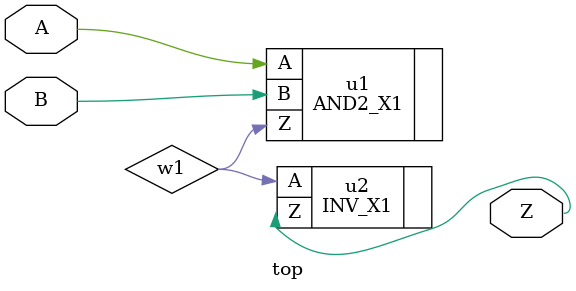
<source format=v>
module top (
    input A,
    input B,
    output Z
);
wire w1;
AND2_X1 u1 (.A(A), .B(B), .Z(w1)); // Driver w1
INV_X1 u2 (.A(w1), .Z(Z));         // Load w1, Driver Z
endmodule

</source>
